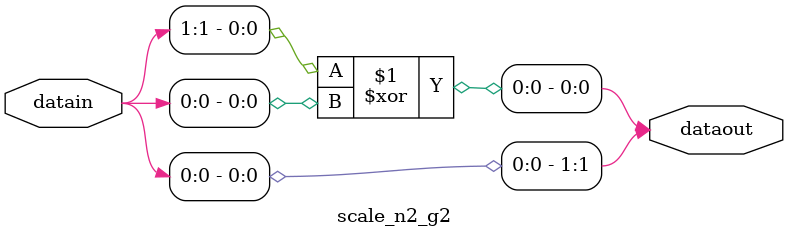
<source format=v>
`timescale 1ns / 1ps


module scale_n2_g2(output wire [1:0]dataout, input wire[1:0]datain);
assign dataout[1]=datain[0];
assign dataout[0]=datain[1] ^ datain[0];
endmodule

</source>
